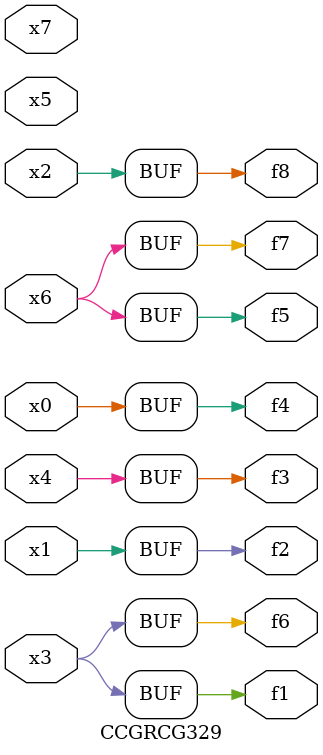
<source format=v>
module CCGRCG329(
	input x0, x1, x2, x3, x4, x5, x6, x7,
	output f1, f2, f3, f4, f5, f6, f7, f8
);
	assign f1 = x3;
	assign f2 = x1;
	assign f3 = x4;
	assign f4 = x0;
	assign f5 = x6;
	assign f6 = x3;
	assign f7 = x6;
	assign f8 = x2;
endmodule

</source>
